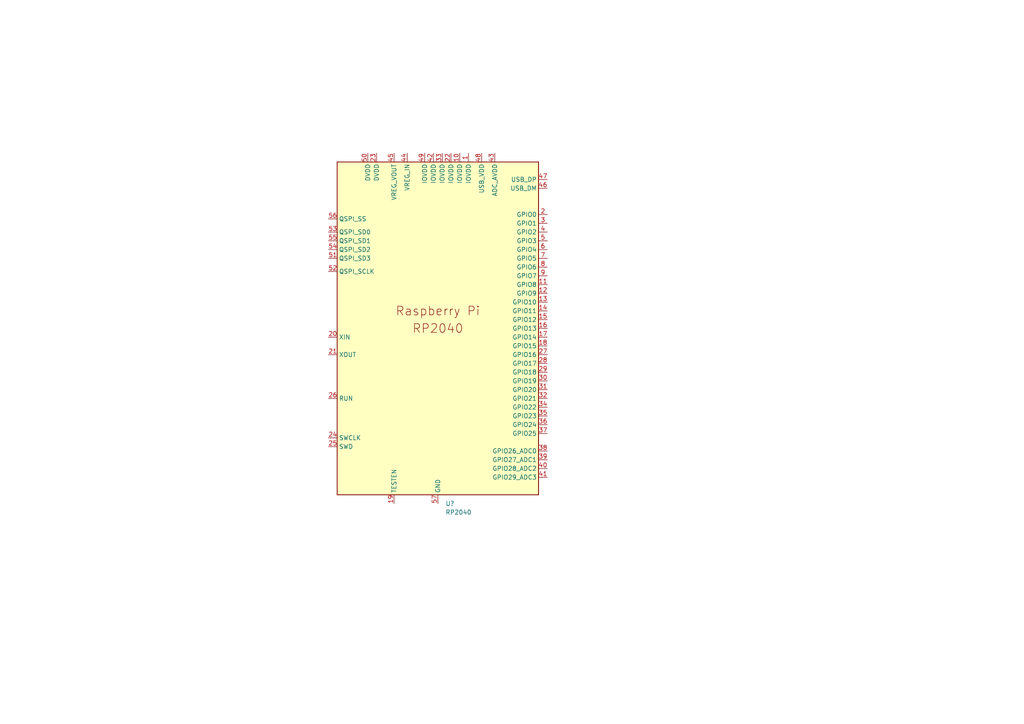
<source format=kicad_sch>
(kicad_sch (version 20230819) (generator eeschema)
  (paper "A4")
  (lib_symbols
    (symbol "Symbol:RP2040"
      (property "Reference" "U" (at 0 0 0))
      (property "Value" "RP2040" (at 0 -3.302 0))
      (symbol "RP2040_0_0"
        (text "Raspberry Pi" (at 27.94 -48.26 0) (effects (font (size 2.54 2.54))))
        (text "RP2040" (at 27.94 -53.34 0) (effects (font (size 2.54 2.54))))
      )
      (symbol "RP2040_0_1"
        (rectangle (start -1.27 -5.08) (end 57.15 -101.6) (stroke (width 0.254)) (fill (type background)))
      )
      (symbol "RP2040_1_1"
        (pin power_in line (at 36.83 -2.54 270) (length 2.54) (name "IOVDD") (number "1"))
        (pin power_in line (at 34.29 -2.54 270) (length 2.54) (name "IOVDD") (number "10"))
        (pin bidirectional line (at 59.69 -40.64 180) (length 2.54) (name "GPIO8") (number "11"))
        (pin bidirectional line (at 59.69 -43.18 180) (length 2.54) (name "GPIO9") (number "12"))
        (pin bidirectional line (at 59.69 -45.72 180) (length 2.54) (name "GPIO10") (number "13"))
        (pin bidirectional line (at 59.69 -48.26 180) (length 2.54) (name "GPIO11") (number "14"))
        (pin bidirectional line (at 59.69 -50.8 180) (length 2.54) (name "GPIO12") (number "15"))
        (pin bidirectional line (at 59.69 -53.34 180) (length 2.54) (name "GPIO13") (number "16"))
        (pin bidirectional line (at 59.69 -55.88 180) (length 2.54) (name "GPIO14") (number "17"))
        (pin bidirectional line (at 59.69 -58.42 180) (length 2.54) (name "GPIO15") (number "18"))
        (pin passive line (at 15.24 -104.14 90) (length 2.54) (name "TESTEN") (number "19"))
        (pin bidirectional line (at 59.69 -20.32 180) (length 2.54) (name "GPIO0") (number "2"))
        (pin input line (at -3.81 -55.88 0) (length 2.54) (name "XIN") (number "20"))
        (pin passive line (at -3.81 -60.96 0) (length 2.54) (name "XOUT") (number "21"))
        (pin power_in line (at 31.75 -2.54 270) (length 2.54) (name "IOVDD") (number "22"))
        (pin power_in line (at 10.16 -2.54 270) (length 2.54) (name "DVDD") (number "23"))
        (pin output line (at -3.81 -85.09 0) (length 2.54) (name "SWCLK") (number "24"))
        (pin bidirectional line (at -3.81 -87.63 0) (length 2.54) (name "SWD") (number "25"))
        (pin input line (at -3.81 -73.66 0) (length 2.54) (name "RUN") (number "26"))
        (pin bidirectional line (at 59.69 -60.96 180) (length 2.54) (name "GPIO16") (number "27"))
        (pin bidirectional line (at 59.69 -63.5 180) (length 2.54) (name "GPIO17") (number "28"))
        (pin bidirectional line (at 59.69 -66.04 180) (length 2.54) (name "GPIO18") (number "29"))
        (pin bidirectional line (at 59.69 -22.86 180) (length 2.54) (name "GPIO1") (number "3"))
        (pin bidirectional line (at 59.69 -68.58 180) (length 2.54) (name "GPIO19") (number "30"))
        (pin bidirectional line (at 59.69 -71.12 180) (length 2.54) (name "GPIO20") (number "31"))
        (pin bidirectional line (at 59.69 -73.66 180) (length 2.54) (name "GPIO21") (number "32"))
        (pin power_in line (at 29.21 -2.54 270) (length 2.54) (name "IOVDD") (number "33"))
        (pin bidirectional line (at 59.69 -76.2 180) (length 2.54) (name "GPIO22") (number "34"))
        (pin bidirectional line (at 59.69 -78.74 180) (length 2.54) (name "GPIO23") (number "35"))
        (pin bidirectional line (at 59.69 -81.28 180) (length 2.54) (name "GPIO24") (number "36"))
        (pin bidirectional line (at 59.69 -83.82 180) (length 2.54) (name "GPIO25") (number "37"))
        (pin bidirectional line (at 59.69 -88.9 180) (length 2.54) (name "GPIO26_ADC0") (number "38"))
        (pin bidirectional line (at 59.69 -91.44 180) (length 2.54) (name "GPIO27_ADC1") (number "39"))
        (pin bidirectional line (at 59.69 -25.4 180) (length 2.54) (name "GPIO2") (number "4"))
        (pin bidirectional line (at 59.69 -93.98 180) (length 2.54) (name "GPIO28_ADC2") (number "40"))
        (pin bidirectional line (at 59.69 -96.52 180) (length 2.54) (name "GPIO29_ADC3") (number "41"))
        (pin power_in line (at 26.67 -2.54 270) (length 2.54) (name "IOVDD") (number "42"))
        (pin power_in line (at 44.45 -2.54 270) (length 2.54) (name "ADC_AVDD") (number "43"))
        (pin power_in line (at 19.05 -2.54 270) (length 2.54) (name "VREG_IN") (number "44"))
        (pin power_out line (at 15.24 -2.54 270) (length 2.54) (name "VREG_VOUT") (number "45"))
        (pin bidirectional line (at 59.69 -12.7 180) (length 2.54) (name "USB_DM") (number "46"))
        (pin bidirectional line (at 59.69 -10.16 180) (length 2.54) (name "USB_DP") (number "47"))
        (pin power_in line (at 40.64 -2.54 270) (length 2.54) (name "USB_VDD") (number "48"))
        (pin power_in line (at 24.13 -2.54 270) (length 2.54) (name "IOVDD") (number "49"))
        (pin bidirectional line (at 59.69 -27.94 180) (length 2.54) (name "GPIO3") (number "5"))
        (pin power_in line (at 7.62 -2.54 270) (length 2.54) (name "DVDD") (number "50"))
        (pin bidirectional line (at -3.81 -33.02 0) (length 2.54) (name "QSPI_SD3") (number "51"))
        (pin output line (at -3.81 -36.83 0) (length 2.54) (name "QSPI_SCLK") (number "52"))
        (pin bidirectional line (at -3.81 -25.4 0) (length 2.54) (name "QSPI_SD0") (number "53"))
        (pin bidirectional line (at -3.81 -30.48 0) (length 2.54) (name "QSPI_SD2") (number "54"))
        (pin bidirectional line (at -3.81 -27.94 0) (length 2.54) (name "QSPI_SD1") (number "55"))
        (pin bidirectional line (at -3.81 -21.59 0) (length 2.54) (name "QSPI_SS") (number "56"))
        (pin power_in line (at 27.94 -104.14 90) (length 2.54) (name "GND") (number "57"))
        (pin bidirectional line (at 59.69 -30.48 180) (length 2.54) (name "GPIO4") (number "6"))
        (pin bidirectional line (at 59.69 -33.02 180) (length 2.54) (name "GPIO5") (number "7"))
        (pin bidirectional line (at 59.69 -35.56 180) (length 2.54) (name "GPIO6") (number "8"))
        (pin bidirectional line (at 59.69 -38.1 180) (length 2.54) (name "GPIO7") (number "9"))
      )
    )
    (symbol "power:+1V0" (power) (pin_names (offset 0))
      (property "Value" "+1V0" (at 0 3.556 0))
      (symbol "+1V0_0_1"
        (polyline (pts (xy -0.762 1.27) (xy 0 2.54)))
        (polyline (pts (xy 0 0) (xy 0 2.54)))
        (polyline (pts (xy 0 2.54) (xy 0.762 1.27)))
      )
      (symbol "+1V0_1_1"
        (pin power_in line (at 0 0 90) (length 0) hide (name "+1V0") (number "1"))
      )
    )
    (symbol "power:GND" (power) (pin_names (offset 0))
      (property "Value" "GND" (at 0 -3.81 0))
      (symbol "GND_0_1"
        (polyline (pts (xy 0 0) (xy 0 -1.27) (xy 1.27 -1.27) (xy 0 -2.54) (xy -1.27 -1.27) (xy 0 -1.27)))
      )
      (symbol "GND_1_1"
        (pin power_in line (at 0 0 270) (length 0) hide (name "GND") (number "1"))
      )
    )
  )
  (junction (at -68.58 127))
  (junction (at -114.3 139.7))
  (junction (at -114.3 114.3))
  (junction (at -68.58 114.3))
  (junction (at -60.96 92.71))
  (junction (at -114.3 127))
  (junction (at -68.58 139.7))
  (wire (pts (xy -68.58 146.05) (xy -68.58 139.7)))
  (wire (pts (xy -114.3 139.7) (xy -114.3 147.32)))
  (wire (pts (xy -68.58 114.3) (xy -73.66 114.3)))
  (wire (pts (xy -114.3 114.3) (xy -109.22 114.3)))
  (wire (pts (xy -123.19 129.54) (xy -109.22 129.54)))
  (wire (pts (xy -73.66 119.38) (xy -63.5 119.38)))
  (wire (pts (xy -68.58 139.7) (xy -73.66 139.7)))
  (wire (pts (xy -123.19 116.84) (xy -109.22 116.84)))
  (wire (pts (xy -114.3 139.7) (xy -114.3 127)))
  (wire (pts (xy -109.22 101.6) (xy -114.3 101.6)))
  (wire (pts (xy -60.96 99.06) (xy -73.66 99.06)))
  (wire (pts (xy -123.19 111.76) (xy -109.22 111.76)))
  (wire (pts (xy -73.66 116.84) (xy -63.5 116.84)))
  (wire (pts (xy -60.96 92.71) (xy -60.96 99.06)))
  (wire (pts (xy -123.19 109.22) (xy -109.22 109.22)))
  (wire (pts (xy -60.96 90.17) (xy -60.96 92.71)))
  (wire (pts (xy -68.58 127) (xy -68.58 139.7)))
  (wire (pts (xy -123.19 121.92) (xy -109.22 121.92)))
  (wire (pts (xy -128.27 99.06) (xy -109.22 99.06)))
  (wire (pts (xy -68.58 114.3) (xy -68.58 127)))
  (wire (pts (xy -123.19 119.38) (xy -109.22 119.38)))
  (wire (pts (xy -68.58 127) (xy -73.66 127)))
  (wire (pts (xy -123.19 124.46) (xy -109.22 124.46)))
  (wire (pts (xy -73.66 104.14) (xy -63.5 104.14)))
  (wire (pts (xy -123.19 132.08) (xy -109.22 132.08)))
  (wire (pts (xy -128.27 104.14) (xy -109.22 104.14)))
  (wire (pts (xy -73.66 101.6) (xy -68.58 101.6)))
  (wire (pts (xy -55.88 92.71) (xy -60.96 92.71)))
  (wire (pts (xy -109.22 139.7) (xy -114.3 139.7)))
  (wire (pts (xy -114.3 101.6) (xy -114.3 114.3)))
  (wire (pts (xy -109.22 127) (xy -114.3 127)))
  (wire (pts (xy -114.3 114.3) (xy -114.3 127)))
  (wire (pts (xy -68.58 101.6) (xy -68.58 114.3)))
  (wire (pts (xy -128.27 106.68) (xy -109.22 106.68)))
  (wire (pts (xy -128.27 96.52) (xy -109.22 96.52)))
  (label "GP5" (at -123.19 111.76 0))
  (label "GP8" (at -123.19 121.92 0))
  (label "GP10" (at -123.19 129.54 0))
  (label "GP7" (at -123.19 119.38 0))
  (label "GP4" (at -123.19 109.22 0))
  (label "GP9" (at -123.19 124.46 0))
  (label "GP6" (at -123.19 116.84 0))
  (label "GP11" (at -123.19 132.08 0))
  (hierarchical_label "TXD" (shape input) (at -128.27 96.52 180))
  (hierarchical_label "3.3V" (shape input) (at -55.88 92.71 0))
  (hierarchical_label "GP11" (shape input) (at -123.19 132.08 180))
  (hierarchical_label "GP9" (shape input) (at -123.19 124.46 180))
  (hierarchical_label "GP26_AO" (shape input) (at -63.5 119.38 0))
  (hierarchical_label "GP6" (shape input) (at -123.19 116.84 180))
  (hierarchical_label "RXD" (shape input) (at -128.27 99.06 180))
  (hierarchical_label "GP_2" (shape input) (at -128.27 104.14 180))
  (hierarchical_label "GP_3" (shape input) (at -128.27 106.68 180))
  (hierarchical_label "EN" (shape input) (at -63.5 104.14 0))
  (hierarchical_label "GP10" (shape input) (at -123.19 129.54 180))
  (hierarchical_label "GP27_AO" (shape input) (at -63.5 116.84 0))
  (hierarchical_label "GP8" (shape input) (at -123.19 121.92 180))
  (hierarchical_label "GP5" (shape input) (at -123.19 111.76 180))
  (hierarchical_label "GP7" (shape input) (at -123.19 119.38 180))
  (hierarchical_label "GP4" (shape input) (at -123.19 109.22 180))
  (symbol (lib_id "power:GND") (at -114.3 147.32 0) (unit 1)
    (property "Reference" "#PWR028" (effects hide))
    (property "Value" "GND" (at -114.3 152.4 0))
    (property "Description" "Power symbol creates a global label with name \"GND\" , ground" (effects hide))
    (instances (project "LM1117" (path "" (reference "#PWR028") (unit 1)) (path "" (reference "#PWR07") (unit 1))) (project "MP1584" (path "" (reference "#PWR05") (unit 1))))
  )
  (symbol (lib_id "Symbol:RP2040") (at 99.06 41.91 0) (unit 1)
    (property "Reference" "U?" (at 129.1941 146.05 0) (effects (justify left)))
    (property "Value" "RP2040" (at 129.1941 148.59 0) (effects (justify left)))
  )
  (symbol (lib_id "power:GND") (at -68.58 146.05 0) (unit 1)
    (property "Reference" "#PWR029" (effects hide))
    (property "Value" "GND" (at -68.58 151.13 0))
    (property "Description" "Power symbol creates a global label with name \"GND\" , ground" (effects hide))
    (instances (project "LM1117" (path "" (reference "#PWR029") (unit 1)) (path "" (reference "#PWR08") (unit 1))) (project "MP1584" (path "" (reference "#PWR06") (unit 1))))
  )
  (symbol (lib_id "power:+1V0") (at -60.96 90.17 0) (unit 1)
    (property "Reference" "#PWR030" (effects hide))
    (property "Value" "3.3V" (at -60.96 85.09 0))
    (property "Description" "Power symbol creates a global label with name \"+1V0\"" (effects hide))
    (instances (project "LM1117" (path "" (reference "#PWR030") (unit 1)) (path "" (reference "#PWR09") (unit 1))) (project "MP1584" (path "" (reference "#PWR07") (unit 1))))
  )
)
</source>
